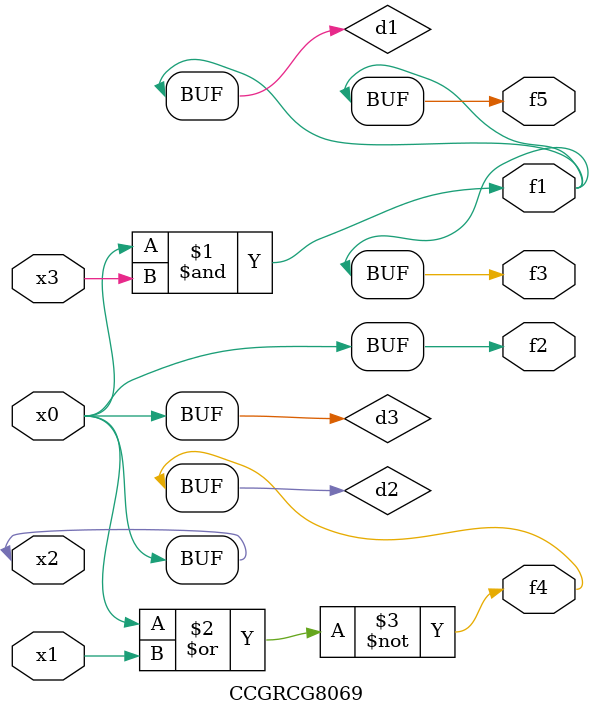
<source format=v>
module CCGRCG8069(
	input x0, x1, x2, x3,
	output f1, f2, f3, f4, f5
);

	wire d1, d2, d3;

	and (d1, x2, x3);
	nor (d2, x0, x1);
	buf (d3, x0, x2);
	assign f1 = d1;
	assign f2 = d3;
	assign f3 = d1;
	assign f4 = d2;
	assign f5 = d1;
endmodule

</source>
